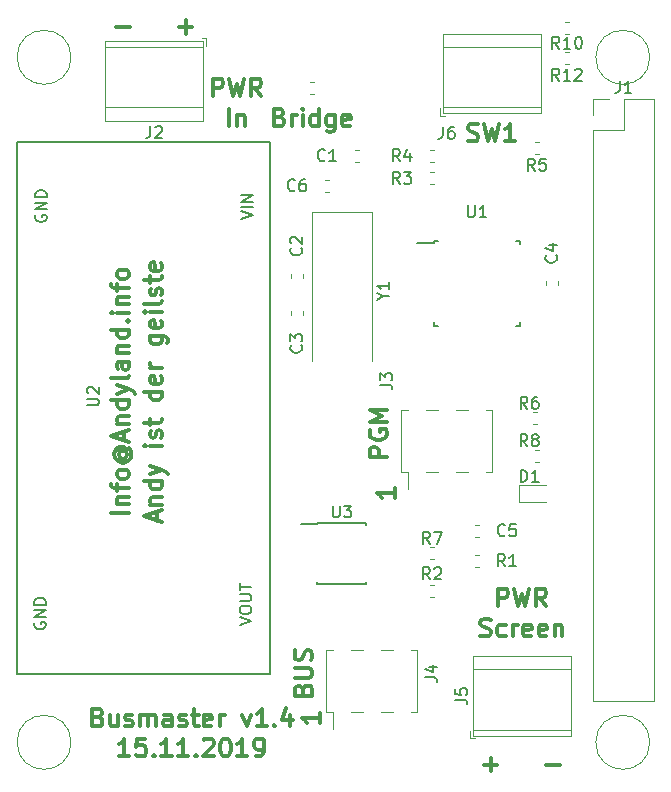
<source format=gto>
%TF.GenerationSoftware,KiCad,Pcbnew,5.0.2-bee76a0~70~ubuntu18.10.1*%
%TF.CreationDate,2019-11-15T11:24:18+01:00*%
%TF.ProjectId,Busmaster_001,4275736d-6173-4746-9572-5f3030312e6b,rev?*%
%TF.SameCoordinates,Original*%
%TF.FileFunction,Legend,Top*%
%TF.FilePolarity,Positive*%
%FSLAX46Y46*%
G04 Gerber Fmt 4.6, Leading zero omitted, Abs format (unit mm)*
G04 Created by KiCad (PCBNEW 5.0.2-bee76a0~70~ubuntu18.10.1) date Fr 15 Nov 2019 11:24:18 CET*
%MOMM*%
%LPD*%
G01*
G04 APERTURE LIST*
%ADD10C,0.300000*%
%ADD11C,0.120000*%
%ADD12C,0.150000*%
G04 APERTURE END LIST*
D10*
X65310000Y-92047142D02*
X65524285Y-92118571D01*
X65881428Y-92118571D01*
X66024285Y-92047142D01*
X66095714Y-91975714D01*
X66167142Y-91832857D01*
X66167142Y-91690000D01*
X66095714Y-91547142D01*
X66024285Y-91475714D01*
X65881428Y-91404285D01*
X65595714Y-91332857D01*
X65452857Y-91261428D01*
X65381428Y-91190000D01*
X65310000Y-91047142D01*
X65310000Y-90904285D01*
X65381428Y-90761428D01*
X65452857Y-90690000D01*
X65595714Y-90618571D01*
X65952857Y-90618571D01*
X66167142Y-90690000D01*
X66667142Y-90618571D02*
X67024285Y-92118571D01*
X67310000Y-91047142D01*
X67595714Y-92118571D01*
X67952857Y-90618571D01*
X69310000Y-92118571D02*
X68452857Y-92118571D01*
X68881428Y-92118571D02*
X68881428Y-90618571D01*
X68738571Y-90832857D01*
X68595714Y-90975714D01*
X68452857Y-91047142D01*
X49355714Y-90062857D02*
X49570000Y-90134285D01*
X49641428Y-90205714D01*
X49712857Y-90348571D01*
X49712857Y-90562857D01*
X49641428Y-90705714D01*
X49570000Y-90777142D01*
X49427142Y-90848571D01*
X48855714Y-90848571D01*
X48855714Y-89348571D01*
X49355714Y-89348571D01*
X49498571Y-89420000D01*
X49570000Y-89491428D01*
X49641428Y-89634285D01*
X49641428Y-89777142D01*
X49570000Y-89920000D01*
X49498571Y-89991428D01*
X49355714Y-90062857D01*
X48855714Y-90062857D01*
X50355714Y-90848571D02*
X50355714Y-89848571D01*
X50355714Y-90134285D02*
X50427142Y-89991428D01*
X50498571Y-89920000D01*
X50641428Y-89848571D01*
X50784285Y-89848571D01*
X51284285Y-90848571D02*
X51284285Y-89848571D01*
X51284285Y-89348571D02*
X51212857Y-89420000D01*
X51284285Y-89491428D01*
X51355714Y-89420000D01*
X51284285Y-89348571D01*
X51284285Y-89491428D01*
X52641428Y-90848571D02*
X52641428Y-89348571D01*
X52641428Y-90777142D02*
X52498571Y-90848571D01*
X52212857Y-90848571D01*
X52070000Y-90777142D01*
X51998571Y-90705714D01*
X51927142Y-90562857D01*
X51927142Y-90134285D01*
X51998571Y-89991428D01*
X52070000Y-89920000D01*
X52212857Y-89848571D01*
X52498571Y-89848571D01*
X52641428Y-89920000D01*
X53998571Y-89848571D02*
X53998571Y-91062857D01*
X53927142Y-91205714D01*
X53855714Y-91277142D01*
X53712857Y-91348571D01*
X53498571Y-91348571D01*
X53355714Y-91277142D01*
X53998571Y-90777142D02*
X53855714Y-90848571D01*
X53570000Y-90848571D01*
X53427142Y-90777142D01*
X53355714Y-90705714D01*
X53284285Y-90562857D01*
X53284285Y-90134285D01*
X53355714Y-89991428D01*
X53427142Y-89920000D01*
X53570000Y-89848571D01*
X53855714Y-89848571D01*
X53998571Y-89920000D01*
X55284285Y-90777142D02*
X55141428Y-90848571D01*
X54855714Y-90848571D01*
X54712857Y-90777142D01*
X54641428Y-90634285D01*
X54641428Y-90062857D01*
X54712857Y-89920000D01*
X54855714Y-89848571D01*
X55141428Y-89848571D01*
X55284285Y-89920000D01*
X55355714Y-90062857D01*
X55355714Y-90205714D01*
X54641428Y-90348571D01*
X58463571Y-118840000D02*
X56963571Y-118840000D01*
X56963571Y-118268571D01*
X57035000Y-118125714D01*
X57106428Y-118054285D01*
X57249285Y-117982857D01*
X57463571Y-117982857D01*
X57606428Y-118054285D01*
X57677857Y-118125714D01*
X57749285Y-118268571D01*
X57749285Y-118840000D01*
X57035000Y-116554285D02*
X56963571Y-116697142D01*
X56963571Y-116911428D01*
X57035000Y-117125714D01*
X57177857Y-117268571D01*
X57320714Y-117340000D01*
X57606428Y-117411428D01*
X57820714Y-117411428D01*
X58106428Y-117340000D01*
X58249285Y-117268571D01*
X58392142Y-117125714D01*
X58463571Y-116911428D01*
X58463571Y-116768571D01*
X58392142Y-116554285D01*
X58320714Y-116482857D01*
X57820714Y-116482857D01*
X57820714Y-116768571D01*
X58463571Y-115840000D02*
X56963571Y-115840000D01*
X58035000Y-115340000D01*
X56963571Y-114840000D01*
X58463571Y-114840000D01*
X59098571Y-121491428D02*
X59098571Y-122348571D01*
X59098571Y-121920000D02*
X57598571Y-121920000D01*
X57812857Y-122062857D01*
X57955714Y-122205714D01*
X58027142Y-122348571D01*
X41949285Y-82442857D02*
X40806428Y-82442857D01*
X41377857Y-81871428D02*
X41377857Y-83014285D01*
X36663571Y-82442857D02*
X35520714Y-82442857D01*
X43720000Y-88303571D02*
X43720000Y-86803571D01*
X44291428Y-86803571D01*
X44434285Y-86875000D01*
X44505714Y-86946428D01*
X44577142Y-87089285D01*
X44577142Y-87303571D01*
X44505714Y-87446428D01*
X44434285Y-87517857D01*
X44291428Y-87589285D01*
X43720000Y-87589285D01*
X45077142Y-86803571D02*
X45434285Y-88303571D01*
X45720000Y-87232142D01*
X46005714Y-88303571D01*
X46362857Y-86803571D01*
X47791428Y-88303571D02*
X47291428Y-87589285D01*
X46934285Y-88303571D02*
X46934285Y-86803571D01*
X47505714Y-86803571D01*
X47648571Y-86875000D01*
X47720000Y-86946428D01*
X47791428Y-87089285D01*
X47791428Y-87303571D01*
X47720000Y-87446428D01*
X47648571Y-87517857D01*
X47505714Y-87589285D01*
X46934285Y-87589285D01*
X45041428Y-90853571D02*
X45041428Y-89353571D01*
X45755714Y-89853571D02*
X45755714Y-90853571D01*
X45755714Y-89996428D02*
X45827142Y-89925000D01*
X45970000Y-89853571D01*
X46184285Y-89853571D01*
X46327142Y-89925000D01*
X46398571Y-90067857D01*
X46398571Y-90853571D01*
X52748571Y-140541428D02*
X52748571Y-141398571D01*
X52748571Y-140970000D02*
X51248571Y-140970000D01*
X51462857Y-141112857D01*
X51605714Y-141255714D01*
X51677142Y-141398571D01*
X66635714Y-144887142D02*
X67778571Y-144887142D01*
X67207142Y-145458571D02*
X67207142Y-144315714D01*
X71921428Y-144887142D02*
X73064285Y-144887142D01*
X67850000Y-131483571D02*
X67850000Y-129983571D01*
X68421428Y-129983571D01*
X68564285Y-130055000D01*
X68635714Y-130126428D01*
X68707142Y-130269285D01*
X68707142Y-130483571D01*
X68635714Y-130626428D01*
X68564285Y-130697857D01*
X68421428Y-130769285D01*
X67850000Y-130769285D01*
X69207142Y-129983571D02*
X69564285Y-131483571D01*
X69850000Y-130412142D01*
X70135714Y-131483571D01*
X70492857Y-129983571D01*
X71921428Y-131483571D02*
X71421428Y-130769285D01*
X71064285Y-131483571D02*
X71064285Y-129983571D01*
X71635714Y-129983571D01*
X71778571Y-130055000D01*
X71850000Y-130126428D01*
X71921428Y-130269285D01*
X71921428Y-130483571D01*
X71850000Y-130626428D01*
X71778571Y-130697857D01*
X71635714Y-130769285D01*
X71064285Y-130769285D01*
X66350000Y-133962142D02*
X66564285Y-134033571D01*
X66921428Y-134033571D01*
X67064285Y-133962142D01*
X67135714Y-133890714D01*
X67207142Y-133747857D01*
X67207142Y-133605000D01*
X67135714Y-133462142D01*
X67064285Y-133390714D01*
X66921428Y-133319285D01*
X66635714Y-133247857D01*
X66492857Y-133176428D01*
X66421428Y-133105000D01*
X66350000Y-132962142D01*
X66350000Y-132819285D01*
X66421428Y-132676428D01*
X66492857Y-132605000D01*
X66635714Y-132533571D01*
X66992857Y-132533571D01*
X67207142Y-132605000D01*
X68492857Y-133962142D02*
X68350000Y-134033571D01*
X68064285Y-134033571D01*
X67921428Y-133962142D01*
X67850000Y-133890714D01*
X67778571Y-133747857D01*
X67778571Y-133319285D01*
X67850000Y-133176428D01*
X67921428Y-133105000D01*
X68064285Y-133033571D01*
X68350000Y-133033571D01*
X68492857Y-133105000D01*
X69135714Y-134033571D02*
X69135714Y-133033571D01*
X69135714Y-133319285D02*
X69207142Y-133176428D01*
X69278571Y-133105000D01*
X69421428Y-133033571D01*
X69564285Y-133033571D01*
X70635714Y-133962142D02*
X70492857Y-134033571D01*
X70207142Y-134033571D01*
X70064285Y-133962142D01*
X69992857Y-133819285D01*
X69992857Y-133247857D01*
X70064285Y-133105000D01*
X70207142Y-133033571D01*
X70492857Y-133033571D01*
X70635714Y-133105000D01*
X70707142Y-133247857D01*
X70707142Y-133390714D01*
X69992857Y-133533571D01*
X71921428Y-133962142D02*
X71778571Y-134033571D01*
X71492857Y-134033571D01*
X71350000Y-133962142D01*
X71278571Y-133819285D01*
X71278571Y-133247857D01*
X71350000Y-133105000D01*
X71492857Y-133033571D01*
X71778571Y-133033571D01*
X71921428Y-133105000D01*
X71992857Y-133247857D01*
X71992857Y-133390714D01*
X71278571Y-133533571D01*
X72635714Y-133033571D02*
X72635714Y-134033571D01*
X72635714Y-133176428D02*
X72707142Y-133105000D01*
X72850000Y-133033571D01*
X73064285Y-133033571D01*
X73207142Y-133105000D01*
X73278571Y-133247857D01*
X73278571Y-134033571D01*
X51327857Y-138552857D02*
X51399285Y-138338571D01*
X51470714Y-138267142D01*
X51613571Y-138195714D01*
X51827857Y-138195714D01*
X51970714Y-138267142D01*
X52042142Y-138338571D01*
X52113571Y-138481428D01*
X52113571Y-139052857D01*
X50613571Y-139052857D01*
X50613571Y-138552857D01*
X50685000Y-138410000D01*
X50756428Y-138338571D01*
X50899285Y-138267142D01*
X51042142Y-138267142D01*
X51185000Y-138338571D01*
X51256428Y-138410000D01*
X51327857Y-138552857D01*
X51327857Y-139052857D01*
X50613571Y-137552857D02*
X51827857Y-137552857D01*
X51970714Y-137481428D01*
X52042142Y-137410000D01*
X52113571Y-137267142D01*
X52113571Y-136981428D01*
X52042142Y-136838571D01*
X51970714Y-136767142D01*
X51827857Y-136695714D01*
X50613571Y-136695714D01*
X52042142Y-136052857D02*
X52113571Y-135838571D01*
X52113571Y-135481428D01*
X52042142Y-135338571D01*
X51970714Y-135267142D01*
X51827857Y-135195714D01*
X51685000Y-135195714D01*
X51542142Y-135267142D01*
X51470714Y-135338571D01*
X51399285Y-135481428D01*
X51327857Y-135767142D01*
X51256428Y-135910000D01*
X51185000Y-135981428D01*
X51042142Y-136052857D01*
X50899285Y-136052857D01*
X50756428Y-135981428D01*
X50685000Y-135910000D01*
X50613571Y-135767142D01*
X50613571Y-135410000D01*
X50685000Y-135195714D01*
X36578571Y-123550000D02*
X35078571Y-123550000D01*
X35578571Y-122835714D02*
X36578571Y-122835714D01*
X35721428Y-122835714D02*
X35650000Y-122764285D01*
X35578571Y-122621428D01*
X35578571Y-122407142D01*
X35650000Y-122264285D01*
X35792857Y-122192857D01*
X36578571Y-122192857D01*
X35578571Y-121692857D02*
X35578571Y-121121428D01*
X36578571Y-121478571D02*
X35292857Y-121478571D01*
X35150000Y-121407142D01*
X35078571Y-121264285D01*
X35078571Y-121121428D01*
X36578571Y-120407142D02*
X36507142Y-120550000D01*
X36435714Y-120621428D01*
X36292857Y-120692857D01*
X35864285Y-120692857D01*
X35721428Y-120621428D01*
X35650000Y-120550000D01*
X35578571Y-120407142D01*
X35578571Y-120192857D01*
X35650000Y-120050000D01*
X35721428Y-119978571D01*
X35864285Y-119907142D01*
X36292857Y-119907142D01*
X36435714Y-119978571D01*
X36507142Y-120050000D01*
X36578571Y-120192857D01*
X36578571Y-120407142D01*
X35864285Y-118335714D02*
X35792857Y-118407142D01*
X35721428Y-118550000D01*
X35721428Y-118692857D01*
X35792857Y-118835714D01*
X35864285Y-118907142D01*
X36007142Y-118978571D01*
X36150000Y-118978571D01*
X36292857Y-118907142D01*
X36364285Y-118835714D01*
X36435714Y-118692857D01*
X36435714Y-118550000D01*
X36364285Y-118407142D01*
X36292857Y-118335714D01*
X35721428Y-118335714D02*
X36292857Y-118335714D01*
X36364285Y-118264285D01*
X36364285Y-118192857D01*
X36292857Y-118050000D01*
X36150000Y-117978571D01*
X35792857Y-117978571D01*
X35578571Y-118121428D01*
X35435714Y-118335714D01*
X35364285Y-118621428D01*
X35435714Y-118907142D01*
X35578571Y-119121428D01*
X35792857Y-119264285D01*
X36078571Y-119335714D01*
X36364285Y-119264285D01*
X36578571Y-119121428D01*
X36721428Y-118907142D01*
X36792857Y-118621428D01*
X36721428Y-118335714D01*
X36578571Y-118121428D01*
X36150000Y-117407142D02*
X36150000Y-116692857D01*
X36578571Y-117550000D02*
X35078571Y-117050000D01*
X36578571Y-116550000D01*
X35578571Y-116050000D02*
X36578571Y-116050000D01*
X35721428Y-116050000D02*
X35650000Y-115978571D01*
X35578571Y-115835714D01*
X35578571Y-115621428D01*
X35650000Y-115478571D01*
X35792857Y-115407142D01*
X36578571Y-115407142D01*
X36578571Y-114050000D02*
X35078571Y-114050000D01*
X36507142Y-114050000D02*
X36578571Y-114192857D01*
X36578571Y-114478571D01*
X36507142Y-114621428D01*
X36435714Y-114692857D01*
X36292857Y-114764285D01*
X35864285Y-114764285D01*
X35721428Y-114692857D01*
X35650000Y-114621428D01*
X35578571Y-114478571D01*
X35578571Y-114192857D01*
X35650000Y-114050000D01*
X35578571Y-113478571D02*
X36578571Y-113121428D01*
X35578571Y-112764285D02*
X36578571Y-113121428D01*
X36935714Y-113264285D01*
X37007142Y-113335714D01*
X37078571Y-113478571D01*
X36578571Y-111978571D02*
X36507142Y-112121428D01*
X36364285Y-112192857D01*
X35078571Y-112192857D01*
X36578571Y-110764285D02*
X35792857Y-110764285D01*
X35650000Y-110835714D01*
X35578571Y-110978571D01*
X35578571Y-111264285D01*
X35650000Y-111407142D01*
X36507142Y-110764285D02*
X36578571Y-110907142D01*
X36578571Y-111264285D01*
X36507142Y-111407142D01*
X36364285Y-111478571D01*
X36221428Y-111478571D01*
X36078571Y-111407142D01*
X36007142Y-111264285D01*
X36007142Y-110907142D01*
X35935714Y-110764285D01*
X35578571Y-110050000D02*
X36578571Y-110050000D01*
X35721428Y-110050000D02*
X35650000Y-109978571D01*
X35578571Y-109835714D01*
X35578571Y-109621428D01*
X35650000Y-109478571D01*
X35792857Y-109407142D01*
X36578571Y-109407142D01*
X36578571Y-108050000D02*
X35078571Y-108050000D01*
X36507142Y-108050000D02*
X36578571Y-108192857D01*
X36578571Y-108478571D01*
X36507142Y-108621428D01*
X36435714Y-108692857D01*
X36292857Y-108764285D01*
X35864285Y-108764285D01*
X35721428Y-108692857D01*
X35650000Y-108621428D01*
X35578571Y-108478571D01*
X35578571Y-108192857D01*
X35650000Y-108050000D01*
X36435714Y-107335714D02*
X36507142Y-107264285D01*
X36578571Y-107335714D01*
X36507142Y-107407142D01*
X36435714Y-107335714D01*
X36578571Y-107335714D01*
X36578571Y-106621428D02*
X35578571Y-106621428D01*
X35078571Y-106621428D02*
X35150000Y-106692857D01*
X35221428Y-106621428D01*
X35150000Y-106550000D01*
X35078571Y-106621428D01*
X35221428Y-106621428D01*
X35578571Y-105907142D02*
X36578571Y-105907142D01*
X35721428Y-105907142D02*
X35650000Y-105835714D01*
X35578571Y-105692857D01*
X35578571Y-105478571D01*
X35650000Y-105335714D01*
X35792857Y-105264285D01*
X36578571Y-105264285D01*
X35578571Y-104764285D02*
X35578571Y-104192857D01*
X36578571Y-104550000D02*
X35292857Y-104550000D01*
X35150000Y-104478571D01*
X35078571Y-104335714D01*
X35078571Y-104192857D01*
X36578571Y-103478571D02*
X36507142Y-103621428D01*
X36435714Y-103692857D01*
X36292857Y-103764285D01*
X35864285Y-103764285D01*
X35721428Y-103692857D01*
X35650000Y-103621428D01*
X35578571Y-103478571D01*
X35578571Y-103264285D01*
X35650000Y-103121428D01*
X35721428Y-103050000D01*
X35864285Y-102978571D01*
X36292857Y-102978571D01*
X36435714Y-103050000D01*
X36507142Y-103121428D01*
X36578571Y-103264285D01*
X36578571Y-103478571D01*
X36624285Y-144188571D02*
X35767142Y-144188571D01*
X36195714Y-144188571D02*
X36195714Y-142688571D01*
X36052857Y-142902857D01*
X35910000Y-143045714D01*
X35767142Y-143117142D01*
X37981428Y-142688571D02*
X37267142Y-142688571D01*
X37195714Y-143402857D01*
X37267142Y-143331428D01*
X37410000Y-143260000D01*
X37767142Y-143260000D01*
X37910000Y-143331428D01*
X37981428Y-143402857D01*
X38052857Y-143545714D01*
X38052857Y-143902857D01*
X37981428Y-144045714D01*
X37910000Y-144117142D01*
X37767142Y-144188571D01*
X37410000Y-144188571D01*
X37267142Y-144117142D01*
X37195714Y-144045714D01*
X38695714Y-144045714D02*
X38767142Y-144117142D01*
X38695714Y-144188571D01*
X38624285Y-144117142D01*
X38695714Y-144045714D01*
X38695714Y-144188571D01*
X40195714Y-144188571D02*
X39338571Y-144188571D01*
X39767142Y-144188571D02*
X39767142Y-142688571D01*
X39624285Y-142902857D01*
X39481428Y-143045714D01*
X39338571Y-143117142D01*
X41624285Y-144188571D02*
X40767142Y-144188571D01*
X41195714Y-144188571D02*
X41195714Y-142688571D01*
X41052857Y-142902857D01*
X40910000Y-143045714D01*
X40767142Y-143117142D01*
X42267142Y-144045714D02*
X42338571Y-144117142D01*
X42267142Y-144188571D01*
X42195714Y-144117142D01*
X42267142Y-144045714D01*
X42267142Y-144188571D01*
X42910000Y-142831428D02*
X42981428Y-142760000D01*
X43124285Y-142688571D01*
X43481428Y-142688571D01*
X43624285Y-142760000D01*
X43695714Y-142831428D01*
X43767142Y-142974285D01*
X43767142Y-143117142D01*
X43695714Y-143331428D01*
X42838571Y-144188571D01*
X43767142Y-144188571D01*
X44695714Y-142688571D02*
X44838571Y-142688571D01*
X44981428Y-142760000D01*
X45052857Y-142831428D01*
X45124285Y-142974285D01*
X45195714Y-143260000D01*
X45195714Y-143617142D01*
X45124285Y-143902857D01*
X45052857Y-144045714D01*
X44981428Y-144117142D01*
X44838571Y-144188571D01*
X44695714Y-144188571D01*
X44552857Y-144117142D01*
X44481428Y-144045714D01*
X44410000Y-143902857D01*
X44338571Y-143617142D01*
X44338571Y-143260000D01*
X44410000Y-142974285D01*
X44481428Y-142831428D01*
X44552857Y-142760000D01*
X44695714Y-142688571D01*
X46624285Y-144188571D02*
X45767142Y-144188571D01*
X46195714Y-144188571D02*
X46195714Y-142688571D01*
X46052857Y-142902857D01*
X45910000Y-143045714D01*
X45767142Y-143117142D01*
X47338571Y-144188571D02*
X47624285Y-144188571D01*
X47767142Y-144117142D01*
X47838571Y-144045714D01*
X47981428Y-143831428D01*
X48052857Y-143545714D01*
X48052857Y-142974285D01*
X47981428Y-142831428D01*
X47910000Y-142760000D01*
X47767142Y-142688571D01*
X47481428Y-142688571D01*
X47338571Y-142760000D01*
X47267142Y-142831428D01*
X47195714Y-142974285D01*
X47195714Y-143331428D01*
X47267142Y-143474285D01*
X47338571Y-143545714D01*
X47481428Y-143617142D01*
X47767142Y-143617142D01*
X47910000Y-143545714D01*
X47981428Y-143474285D01*
X48052857Y-143331428D01*
X33981428Y-140862857D02*
X34195714Y-140934285D01*
X34267142Y-141005714D01*
X34338571Y-141148571D01*
X34338571Y-141362857D01*
X34267142Y-141505714D01*
X34195714Y-141577142D01*
X34052857Y-141648571D01*
X33481428Y-141648571D01*
X33481428Y-140148571D01*
X33981428Y-140148571D01*
X34124285Y-140220000D01*
X34195714Y-140291428D01*
X34267142Y-140434285D01*
X34267142Y-140577142D01*
X34195714Y-140720000D01*
X34124285Y-140791428D01*
X33981428Y-140862857D01*
X33481428Y-140862857D01*
X35624285Y-140648571D02*
X35624285Y-141648571D01*
X34981428Y-140648571D02*
X34981428Y-141434285D01*
X35052857Y-141577142D01*
X35195714Y-141648571D01*
X35410000Y-141648571D01*
X35552857Y-141577142D01*
X35624285Y-141505714D01*
X36267142Y-141577142D02*
X36410000Y-141648571D01*
X36695714Y-141648571D01*
X36838571Y-141577142D01*
X36910000Y-141434285D01*
X36910000Y-141362857D01*
X36838571Y-141220000D01*
X36695714Y-141148571D01*
X36481428Y-141148571D01*
X36338571Y-141077142D01*
X36267142Y-140934285D01*
X36267142Y-140862857D01*
X36338571Y-140720000D01*
X36481428Y-140648571D01*
X36695714Y-140648571D01*
X36838571Y-140720000D01*
X37552857Y-141648571D02*
X37552857Y-140648571D01*
X37552857Y-140791428D02*
X37624285Y-140720000D01*
X37767142Y-140648571D01*
X37981428Y-140648571D01*
X38124285Y-140720000D01*
X38195714Y-140862857D01*
X38195714Y-141648571D01*
X38195714Y-140862857D02*
X38267142Y-140720000D01*
X38410000Y-140648571D01*
X38624285Y-140648571D01*
X38767142Y-140720000D01*
X38838571Y-140862857D01*
X38838571Y-141648571D01*
X40195714Y-141648571D02*
X40195714Y-140862857D01*
X40124285Y-140720000D01*
X39981428Y-140648571D01*
X39695714Y-140648571D01*
X39552857Y-140720000D01*
X40195714Y-141577142D02*
X40052857Y-141648571D01*
X39695714Y-141648571D01*
X39552857Y-141577142D01*
X39481428Y-141434285D01*
X39481428Y-141291428D01*
X39552857Y-141148571D01*
X39695714Y-141077142D01*
X40052857Y-141077142D01*
X40195714Y-141005714D01*
X40838571Y-141577142D02*
X40981428Y-141648571D01*
X41267142Y-141648571D01*
X41410000Y-141577142D01*
X41481428Y-141434285D01*
X41481428Y-141362857D01*
X41410000Y-141220000D01*
X41267142Y-141148571D01*
X41052857Y-141148571D01*
X40910000Y-141077142D01*
X40838571Y-140934285D01*
X40838571Y-140862857D01*
X40910000Y-140720000D01*
X41052857Y-140648571D01*
X41267142Y-140648571D01*
X41410000Y-140720000D01*
X41910000Y-140648571D02*
X42481428Y-140648571D01*
X42124285Y-140148571D02*
X42124285Y-141434285D01*
X42195714Y-141577142D01*
X42338571Y-141648571D01*
X42481428Y-141648571D01*
X43552857Y-141577142D02*
X43410000Y-141648571D01*
X43124285Y-141648571D01*
X42981428Y-141577142D01*
X42910000Y-141434285D01*
X42910000Y-140862857D01*
X42981428Y-140720000D01*
X43124285Y-140648571D01*
X43410000Y-140648571D01*
X43552857Y-140720000D01*
X43624285Y-140862857D01*
X43624285Y-141005714D01*
X42910000Y-141148571D01*
X44267142Y-141648571D02*
X44267142Y-140648571D01*
X44267142Y-140934285D02*
X44338571Y-140791428D01*
X44410000Y-140720000D01*
X44552857Y-140648571D01*
X44695714Y-140648571D01*
X46195714Y-140648571D02*
X46552857Y-141648571D01*
X46910000Y-140648571D01*
X48267142Y-141648571D02*
X47410000Y-141648571D01*
X47838571Y-141648571D02*
X47838571Y-140148571D01*
X47695714Y-140362857D01*
X47552857Y-140505714D01*
X47410000Y-140577142D01*
X48910000Y-141505714D02*
X48981428Y-141577142D01*
X48910000Y-141648571D01*
X48838571Y-141577142D01*
X48910000Y-141505714D01*
X48910000Y-141648571D01*
X50267142Y-140648571D02*
X50267142Y-141648571D01*
X49910000Y-140077142D02*
X49552857Y-141148571D01*
X50481428Y-141148571D01*
X38950000Y-124228571D02*
X38950000Y-123514285D01*
X39378571Y-124371428D02*
X37878571Y-123871428D01*
X39378571Y-123371428D01*
X38378571Y-122871428D02*
X39378571Y-122871428D01*
X38521428Y-122871428D02*
X38450000Y-122800000D01*
X38378571Y-122657142D01*
X38378571Y-122442857D01*
X38450000Y-122300000D01*
X38592857Y-122228571D01*
X39378571Y-122228571D01*
X39378571Y-120871428D02*
X37878571Y-120871428D01*
X39307142Y-120871428D02*
X39378571Y-121014285D01*
X39378571Y-121300000D01*
X39307142Y-121442857D01*
X39235714Y-121514285D01*
X39092857Y-121585714D01*
X38664285Y-121585714D01*
X38521428Y-121514285D01*
X38450000Y-121442857D01*
X38378571Y-121300000D01*
X38378571Y-121014285D01*
X38450000Y-120871428D01*
X38378571Y-120300000D02*
X39378571Y-119942857D01*
X38378571Y-119585714D02*
X39378571Y-119942857D01*
X39735714Y-120085714D01*
X39807142Y-120157142D01*
X39878571Y-120300000D01*
X39378571Y-117871428D02*
X38378571Y-117871428D01*
X37878571Y-117871428D02*
X37950000Y-117942857D01*
X38021428Y-117871428D01*
X37950000Y-117800000D01*
X37878571Y-117871428D01*
X38021428Y-117871428D01*
X39307142Y-117228571D02*
X39378571Y-117085714D01*
X39378571Y-116800000D01*
X39307142Y-116657142D01*
X39164285Y-116585714D01*
X39092857Y-116585714D01*
X38950000Y-116657142D01*
X38878571Y-116800000D01*
X38878571Y-117014285D01*
X38807142Y-117157142D01*
X38664285Y-117228571D01*
X38592857Y-117228571D01*
X38450000Y-117157142D01*
X38378571Y-117014285D01*
X38378571Y-116800000D01*
X38450000Y-116657142D01*
X38378571Y-116157142D02*
X38378571Y-115585714D01*
X37878571Y-115942857D02*
X39164285Y-115942857D01*
X39307142Y-115871428D01*
X39378571Y-115728571D01*
X39378571Y-115585714D01*
X39378571Y-113300000D02*
X37878571Y-113300000D01*
X39307142Y-113300000D02*
X39378571Y-113442857D01*
X39378571Y-113728571D01*
X39307142Y-113871428D01*
X39235714Y-113942857D01*
X39092857Y-114014285D01*
X38664285Y-114014285D01*
X38521428Y-113942857D01*
X38450000Y-113871428D01*
X38378571Y-113728571D01*
X38378571Y-113442857D01*
X38450000Y-113300000D01*
X39307142Y-112014285D02*
X39378571Y-112157142D01*
X39378571Y-112442857D01*
X39307142Y-112585714D01*
X39164285Y-112657142D01*
X38592857Y-112657142D01*
X38450000Y-112585714D01*
X38378571Y-112442857D01*
X38378571Y-112157142D01*
X38450000Y-112014285D01*
X38592857Y-111942857D01*
X38735714Y-111942857D01*
X38878571Y-112657142D01*
X39378571Y-111300000D02*
X38378571Y-111300000D01*
X38664285Y-111300000D02*
X38521428Y-111228571D01*
X38450000Y-111157142D01*
X38378571Y-111014285D01*
X38378571Y-110871428D01*
X38378571Y-108585714D02*
X39592857Y-108585714D01*
X39735714Y-108657142D01*
X39807142Y-108728571D01*
X39878571Y-108871428D01*
X39878571Y-109085714D01*
X39807142Y-109228571D01*
X39307142Y-108585714D02*
X39378571Y-108728571D01*
X39378571Y-109014285D01*
X39307142Y-109157142D01*
X39235714Y-109228571D01*
X39092857Y-109300000D01*
X38664285Y-109300000D01*
X38521428Y-109228571D01*
X38450000Y-109157142D01*
X38378571Y-109014285D01*
X38378571Y-108728571D01*
X38450000Y-108585714D01*
X39307142Y-107300000D02*
X39378571Y-107442857D01*
X39378571Y-107728571D01*
X39307142Y-107871428D01*
X39164285Y-107942857D01*
X38592857Y-107942857D01*
X38450000Y-107871428D01*
X38378571Y-107728571D01*
X38378571Y-107442857D01*
X38450000Y-107300000D01*
X38592857Y-107228571D01*
X38735714Y-107228571D01*
X38878571Y-107942857D01*
X39378571Y-106585714D02*
X38378571Y-106585714D01*
X37878571Y-106585714D02*
X37950000Y-106657142D01*
X38021428Y-106585714D01*
X37950000Y-106514285D01*
X37878571Y-106585714D01*
X38021428Y-106585714D01*
X39378571Y-105657142D02*
X39307142Y-105800000D01*
X39164285Y-105871428D01*
X37878571Y-105871428D01*
X39307142Y-105157142D02*
X39378571Y-105014285D01*
X39378571Y-104728571D01*
X39307142Y-104585714D01*
X39164285Y-104514285D01*
X39092857Y-104514285D01*
X38950000Y-104585714D01*
X38878571Y-104728571D01*
X38878571Y-104942857D01*
X38807142Y-105085714D01*
X38664285Y-105157142D01*
X38592857Y-105157142D01*
X38450000Y-105085714D01*
X38378571Y-104942857D01*
X38378571Y-104728571D01*
X38450000Y-104585714D01*
X38378571Y-104085714D02*
X38378571Y-103514285D01*
X37878571Y-103871428D02*
X39164285Y-103871428D01*
X39307142Y-103800000D01*
X39378571Y-103657142D01*
X39378571Y-103514285D01*
X39307142Y-102442857D02*
X39378571Y-102585714D01*
X39378571Y-102871428D01*
X39307142Y-103014285D01*
X39164285Y-103085714D01*
X38592857Y-103085714D01*
X38450000Y-103014285D01*
X38378571Y-102871428D01*
X38378571Y-102585714D01*
X38450000Y-102442857D01*
X38592857Y-102371428D01*
X38735714Y-102371428D01*
X38878571Y-103085714D01*
D11*
X75870000Y-88570000D02*
X77200000Y-88570000D01*
X75870000Y-89900000D02*
X75870000Y-88570000D01*
X78470000Y-88570000D02*
X81070000Y-88570000D01*
X78470000Y-91170000D02*
X78470000Y-88570000D01*
X75870000Y-91170000D02*
X78470000Y-91170000D01*
X81070000Y-88570000D02*
X81070000Y-139490000D01*
X75870000Y-91170000D02*
X75870000Y-139490000D01*
X75870000Y-139490000D02*
X81070000Y-139490000D01*
D12*
X48500000Y-92200000D02*
X27100000Y-92200000D01*
X27100000Y-92200000D02*
X27100000Y-137200000D01*
X27100000Y-137200000D02*
X48500000Y-137200000D01*
X48500000Y-137200000D02*
X48500000Y-92200000D01*
D11*
X31686000Y-143000000D02*
G75*
G03X31686000Y-143000000I-2286000J0D01*
G01*
X80686000Y-143000000D02*
G75*
G03X80686000Y-143000000I-2286000J0D01*
G01*
X31686000Y-85000000D02*
G75*
G03X31686000Y-85000000I-2286000J0D01*
G01*
X80686000Y-85000000D02*
G75*
G03X80686000Y-85000000I-2286000J0D01*
G01*
X56042779Y-92835000D02*
X55717221Y-92835000D01*
X56042779Y-93855000D02*
X55717221Y-93855000D01*
X51310000Y-103667779D02*
X51310000Y-103342221D01*
X50290000Y-103667779D02*
X50290000Y-103342221D01*
X51310000Y-106517221D02*
X51310000Y-106842779D01*
X50290000Y-106517221D02*
X50290000Y-106842779D01*
X72900000Y-103977221D02*
X72900000Y-104302779D01*
X71880000Y-103977221D02*
X71880000Y-104302779D01*
X66202779Y-124585000D02*
X65877221Y-124585000D01*
X66202779Y-125605000D02*
X65877221Y-125605000D01*
X53177221Y-95375000D02*
X53502779Y-95375000D01*
X53177221Y-96395000D02*
X53502779Y-96395000D01*
X69635000Y-122655000D02*
X71920000Y-122655000D01*
X69635000Y-121185000D02*
X69635000Y-122655000D01*
X71920000Y-121185000D02*
X69635000Y-121185000D01*
X64260000Y-114875000D02*
X65280000Y-114875000D01*
X64260000Y-120075000D02*
X65280000Y-120075000D01*
X61720000Y-114875000D02*
X62740000Y-114875000D01*
X61720000Y-120075000D02*
X62740000Y-120075000D01*
X66800000Y-114875000D02*
X67370000Y-114875000D01*
X66800000Y-120075000D02*
X67370000Y-120075000D01*
X59630000Y-114875000D02*
X60200000Y-114875000D01*
X59630000Y-120075000D02*
X60200000Y-120075000D01*
X60200000Y-121515000D02*
X60200000Y-120075000D01*
X67370000Y-120075000D02*
X67370000Y-114875000D01*
X59630000Y-120075000D02*
X59630000Y-114875000D01*
X53280000Y-140395000D02*
X53280000Y-135195000D01*
X61020000Y-140395000D02*
X61020000Y-135195000D01*
X53850000Y-141835000D02*
X53850000Y-140395000D01*
X53280000Y-140395000D02*
X53850000Y-140395000D01*
X53280000Y-135195000D02*
X53850000Y-135195000D01*
X60450000Y-140395000D02*
X61020000Y-140395000D01*
X60450000Y-135195000D02*
X61020000Y-135195000D01*
X55370000Y-140395000D02*
X56390000Y-140395000D01*
X55370000Y-135195000D02*
X56390000Y-135195000D01*
X57910000Y-140395000D02*
X58930000Y-140395000D01*
X57910000Y-135195000D02*
X58930000Y-135195000D01*
X65450000Y-142675000D02*
X65850000Y-142675000D01*
X65450000Y-142035000D02*
X65450000Y-142675000D01*
X74010000Y-135695000D02*
X74010000Y-142435000D01*
X65690000Y-135695000D02*
X65690000Y-142435000D01*
X65690000Y-142435000D02*
X74010000Y-142435000D01*
X65690000Y-135695000D02*
X74010000Y-135695000D01*
X65690000Y-136815000D02*
X74010000Y-136815000D01*
X65690000Y-141915000D02*
X74010000Y-141915000D01*
X66202779Y-128145000D02*
X65877221Y-128145000D01*
X66202779Y-127125000D02*
X65877221Y-127125000D01*
X62067221Y-130685000D02*
X62392779Y-130685000D01*
X62067221Y-129665000D02*
X62392779Y-129665000D01*
X62067221Y-95760000D02*
X62392779Y-95760000D01*
X62067221Y-94740000D02*
X62392779Y-94740000D01*
X62392779Y-93855000D02*
X62067221Y-93855000D01*
X62392779Y-92835000D02*
X62067221Y-92835000D01*
X71282779Y-92200000D02*
X70957221Y-92200000D01*
X71282779Y-93220000D02*
X70957221Y-93220000D01*
X71130279Y-116080000D02*
X70804721Y-116080000D01*
X71130279Y-115060000D02*
X70804721Y-115060000D01*
X62392779Y-126490000D02*
X62067221Y-126490000D01*
X62392779Y-127510000D02*
X62067221Y-127510000D01*
X71282779Y-119255000D02*
X70957221Y-119255000D01*
X71282779Y-118235000D02*
X70957221Y-118235000D01*
D12*
X62415000Y-100740000D02*
X60990000Y-100740000D01*
X69665000Y-100515000D02*
X69340000Y-100515000D01*
X69665000Y-107765000D02*
X69340000Y-107765000D01*
X62415000Y-107765000D02*
X62740000Y-107765000D01*
X62415000Y-100515000D02*
X62740000Y-100515000D01*
X62415000Y-107765000D02*
X62415000Y-107440000D01*
X69665000Y-107765000D02*
X69665000Y-107440000D01*
X69665000Y-100515000D02*
X69665000Y-100840000D01*
X62415000Y-100515000D02*
X62415000Y-100740000D01*
X52535000Y-124475000D02*
X51135000Y-124475000D01*
X52535000Y-129575000D02*
X56685000Y-129575000D01*
X52535000Y-124425000D02*
X56685000Y-124425000D01*
X52535000Y-129575000D02*
X52535000Y-129430000D01*
X56685000Y-129575000D02*
X56685000Y-129430000D01*
X56685000Y-124425000D02*
X56685000Y-124570000D01*
X52535000Y-124425000D02*
X52535000Y-124475000D01*
D11*
X52060000Y-98075000D02*
X52060000Y-110675000D01*
X57160000Y-98075000D02*
X52060000Y-98075000D01*
X57160000Y-110675000D02*
X57160000Y-98075000D01*
X42895000Y-84145000D02*
X34575000Y-84145000D01*
X42895000Y-89245000D02*
X34575000Y-89245000D01*
X42895000Y-90365000D02*
X34575000Y-90365000D01*
X42895000Y-83625000D02*
X34575000Y-83625000D01*
X42895000Y-90365000D02*
X42895000Y-83625000D01*
X34575000Y-90365000D02*
X34575000Y-83625000D01*
X43135000Y-84025000D02*
X43135000Y-83385000D01*
X43135000Y-83385000D02*
X42735000Y-83385000D01*
X52232779Y-88140000D02*
X51907221Y-88140000D01*
X52232779Y-87120000D02*
X51907221Y-87120000D01*
X63150000Y-89210000D02*
X71470000Y-89210000D01*
X63150000Y-84110000D02*
X71470000Y-84110000D01*
X63150000Y-82990000D02*
X71470000Y-82990000D01*
X63150000Y-89730000D02*
X71470000Y-89730000D01*
X63150000Y-82990000D02*
X63150000Y-89730000D01*
X71470000Y-82990000D02*
X71470000Y-89730000D01*
X62910000Y-89330000D02*
X62910000Y-89970000D01*
X62910000Y-89970000D02*
X63310000Y-89970000D01*
X73497221Y-83060000D02*
X73822779Y-83060000D01*
X73497221Y-82040000D02*
X73822779Y-82040000D01*
X73822779Y-85600000D02*
X73497221Y-85600000D01*
X73822779Y-84580000D02*
X73497221Y-84580000D01*
D12*
X78136666Y-87022380D02*
X78136666Y-87736666D01*
X78089047Y-87879523D01*
X77993809Y-87974761D01*
X77850952Y-88022380D01*
X77755714Y-88022380D01*
X79136666Y-88022380D02*
X78565238Y-88022380D01*
X78850952Y-88022380D02*
X78850952Y-87022380D01*
X78755714Y-87165238D01*
X78660476Y-87260476D01*
X78565238Y-87308095D01*
X33052380Y-114461904D02*
X33861904Y-114461904D01*
X33957142Y-114414285D01*
X34004761Y-114366666D01*
X34052380Y-114271428D01*
X34052380Y-114080952D01*
X34004761Y-113985714D01*
X33957142Y-113938095D01*
X33861904Y-113890476D01*
X33052380Y-113890476D01*
X33147619Y-113461904D02*
X33100000Y-113414285D01*
X33052380Y-113319047D01*
X33052380Y-113080952D01*
X33100000Y-112985714D01*
X33147619Y-112938095D01*
X33242857Y-112890476D01*
X33338095Y-112890476D01*
X33480952Y-112938095D01*
X34052380Y-113509523D01*
X34052380Y-112890476D01*
X45952380Y-133061904D02*
X46952380Y-132728571D01*
X45952380Y-132395238D01*
X45952380Y-131871428D02*
X45952380Y-131680952D01*
X46000000Y-131585714D01*
X46095238Y-131490476D01*
X46285714Y-131442857D01*
X46619047Y-131442857D01*
X46809523Y-131490476D01*
X46904761Y-131585714D01*
X46952380Y-131680952D01*
X46952380Y-131871428D01*
X46904761Y-131966666D01*
X46809523Y-132061904D01*
X46619047Y-132109523D01*
X46285714Y-132109523D01*
X46095238Y-132061904D01*
X46000000Y-131966666D01*
X45952380Y-131871428D01*
X45952380Y-131014285D02*
X46761904Y-131014285D01*
X46857142Y-130966666D01*
X46904761Y-130919047D01*
X46952380Y-130823809D01*
X46952380Y-130633333D01*
X46904761Y-130538095D01*
X46857142Y-130490476D01*
X46761904Y-130442857D01*
X45952380Y-130442857D01*
X45952380Y-130109523D02*
X45952380Y-129538095D01*
X46952380Y-129823809D02*
X45952380Y-129823809D01*
X28600000Y-132861904D02*
X28552380Y-132957142D01*
X28552380Y-133100000D01*
X28600000Y-133242857D01*
X28695238Y-133338095D01*
X28790476Y-133385714D01*
X28980952Y-133433333D01*
X29123809Y-133433333D01*
X29314285Y-133385714D01*
X29409523Y-133338095D01*
X29504761Y-133242857D01*
X29552380Y-133100000D01*
X29552380Y-133004761D01*
X29504761Y-132861904D01*
X29457142Y-132814285D01*
X29123809Y-132814285D01*
X29123809Y-133004761D01*
X29552380Y-132385714D02*
X28552380Y-132385714D01*
X29552380Y-131814285D01*
X28552380Y-131814285D01*
X29552380Y-131338095D02*
X28552380Y-131338095D01*
X28552380Y-131100000D01*
X28600000Y-130957142D01*
X28695238Y-130861904D01*
X28790476Y-130814285D01*
X28980952Y-130766666D01*
X29123809Y-130766666D01*
X29314285Y-130814285D01*
X29409523Y-130861904D01*
X29504761Y-130957142D01*
X29552380Y-131100000D01*
X29552380Y-131338095D01*
X28700000Y-98361904D02*
X28652380Y-98457142D01*
X28652380Y-98600000D01*
X28700000Y-98742857D01*
X28795238Y-98838095D01*
X28890476Y-98885714D01*
X29080952Y-98933333D01*
X29223809Y-98933333D01*
X29414285Y-98885714D01*
X29509523Y-98838095D01*
X29604761Y-98742857D01*
X29652380Y-98600000D01*
X29652380Y-98504761D01*
X29604761Y-98361904D01*
X29557142Y-98314285D01*
X29223809Y-98314285D01*
X29223809Y-98504761D01*
X29652380Y-97885714D02*
X28652380Y-97885714D01*
X29652380Y-97314285D01*
X28652380Y-97314285D01*
X29652380Y-96838095D02*
X28652380Y-96838095D01*
X28652380Y-96600000D01*
X28700000Y-96457142D01*
X28795238Y-96361904D01*
X28890476Y-96314285D01*
X29080952Y-96266666D01*
X29223809Y-96266666D01*
X29414285Y-96314285D01*
X29509523Y-96361904D01*
X29604761Y-96457142D01*
X29652380Y-96600000D01*
X29652380Y-96838095D01*
X46052380Y-98695238D02*
X47052380Y-98361904D01*
X46052380Y-98028571D01*
X47052380Y-97695238D02*
X46052380Y-97695238D01*
X47052380Y-97219047D02*
X46052380Y-97219047D01*
X47052380Y-96647619D01*
X46052380Y-96647619D01*
X53173333Y-93702142D02*
X53125714Y-93749761D01*
X52982857Y-93797380D01*
X52887619Y-93797380D01*
X52744761Y-93749761D01*
X52649523Y-93654523D01*
X52601904Y-93559285D01*
X52554285Y-93368809D01*
X52554285Y-93225952D01*
X52601904Y-93035476D01*
X52649523Y-92940238D01*
X52744761Y-92845000D01*
X52887619Y-92797380D01*
X52982857Y-92797380D01*
X53125714Y-92845000D01*
X53173333Y-92892619D01*
X54125714Y-93797380D02*
X53554285Y-93797380D01*
X53840000Y-93797380D02*
X53840000Y-92797380D01*
X53744761Y-92940238D01*
X53649523Y-93035476D01*
X53554285Y-93083095D01*
X51157142Y-101131666D02*
X51204761Y-101179285D01*
X51252380Y-101322142D01*
X51252380Y-101417380D01*
X51204761Y-101560238D01*
X51109523Y-101655476D01*
X51014285Y-101703095D01*
X50823809Y-101750714D01*
X50680952Y-101750714D01*
X50490476Y-101703095D01*
X50395238Y-101655476D01*
X50300000Y-101560238D01*
X50252380Y-101417380D01*
X50252380Y-101322142D01*
X50300000Y-101179285D01*
X50347619Y-101131666D01*
X50347619Y-100750714D02*
X50300000Y-100703095D01*
X50252380Y-100607857D01*
X50252380Y-100369761D01*
X50300000Y-100274523D01*
X50347619Y-100226904D01*
X50442857Y-100179285D01*
X50538095Y-100179285D01*
X50680952Y-100226904D01*
X51252380Y-100798333D01*
X51252380Y-100179285D01*
X51157142Y-109386666D02*
X51204761Y-109434285D01*
X51252380Y-109577142D01*
X51252380Y-109672380D01*
X51204761Y-109815238D01*
X51109523Y-109910476D01*
X51014285Y-109958095D01*
X50823809Y-110005714D01*
X50680952Y-110005714D01*
X50490476Y-109958095D01*
X50395238Y-109910476D01*
X50300000Y-109815238D01*
X50252380Y-109672380D01*
X50252380Y-109577142D01*
X50300000Y-109434285D01*
X50347619Y-109386666D01*
X50252380Y-109053333D02*
X50252380Y-108434285D01*
X50633333Y-108767619D01*
X50633333Y-108624761D01*
X50680952Y-108529523D01*
X50728571Y-108481904D01*
X50823809Y-108434285D01*
X51061904Y-108434285D01*
X51157142Y-108481904D01*
X51204761Y-108529523D01*
X51252380Y-108624761D01*
X51252380Y-108910476D01*
X51204761Y-109005714D01*
X51157142Y-109053333D01*
X72747142Y-101766666D02*
X72794761Y-101814285D01*
X72842380Y-101957142D01*
X72842380Y-102052380D01*
X72794761Y-102195238D01*
X72699523Y-102290476D01*
X72604285Y-102338095D01*
X72413809Y-102385714D01*
X72270952Y-102385714D01*
X72080476Y-102338095D01*
X71985238Y-102290476D01*
X71890000Y-102195238D01*
X71842380Y-102052380D01*
X71842380Y-101957142D01*
X71890000Y-101814285D01*
X71937619Y-101766666D01*
X72175714Y-100909523D02*
X72842380Y-100909523D01*
X71794761Y-101147619D02*
X72509047Y-101385714D01*
X72509047Y-100766666D01*
X68413333Y-125452142D02*
X68365714Y-125499761D01*
X68222857Y-125547380D01*
X68127619Y-125547380D01*
X67984761Y-125499761D01*
X67889523Y-125404523D01*
X67841904Y-125309285D01*
X67794285Y-125118809D01*
X67794285Y-124975952D01*
X67841904Y-124785476D01*
X67889523Y-124690238D01*
X67984761Y-124595000D01*
X68127619Y-124547380D01*
X68222857Y-124547380D01*
X68365714Y-124595000D01*
X68413333Y-124642619D01*
X69318095Y-124547380D02*
X68841904Y-124547380D01*
X68794285Y-125023571D01*
X68841904Y-124975952D01*
X68937142Y-124928333D01*
X69175238Y-124928333D01*
X69270476Y-124975952D01*
X69318095Y-125023571D01*
X69365714Y-125118809D01*
X69365714Y-125356904D01*
X69318095Y-125452142D01*
X69270476Y-125499761D01*
X69175238Y-125547380D01*
X68937142Y-125547380D01*
X68841904Y-125499761D01*
X68794285Y-125452142D01*
X50633333Y-96242142D02*
X50585714Y-96289761D01*
X50442857Y-96337380D01*
X50347619Y-96337380D01*
X50204761Y-96289761D01*
X50109523Y-96194523D01*
X50061904Y-96099285D01*
X50014285Y-95908809D01*
X50014285Y-95765952D01*
X50061904Y-95575476D01*
X50109523Y-95480238D01*
X50204761Y-95385000D01*
X50347619Y-95337380D01*
X50442857Y-95337380D01*
X50585714Y-95385000D01*
X50633333Y-95432619D01*
X51490476Y-95337380D02*
X51300000Y-95337380D01*
X51204761Y-95385000D01*
X51157142Y-95432619D01*
X51061904Y-95575476D01*
X51014285Y-95765952D01*
X51014285Y-96146904D01*
X51061904Y-96242142D01*
X51109523Y-96289761D01*
X51204761Y-96337380D01*
X51395238Y-96337380D01*
X51490476Y-96289761D01*
X51538095Y-96242142D01*
X51585714Y-96146904D01*
X51585714Y-95908809D01*
X51538095Y-95813571D01*
X51490476Y-95765952D01*
X51395238Y-95718333D01*
X51204761Y-95718333D01*
X51109523Y-95765952D01*
X51061904Y-95813571D01*
X51014285Y-95908809D01*
X69746904Y-120942380D02*
X69746904Y-119942380D01*
X69985000Y-119942380D01*
X70127857Y-119990000D01*
X70223095Y-120085238D01*
X70270714Y-120180476D01*
X70318333Y-120370952D01*
X70318333Y-120513809D01*
X70270714Y-120704285D01*
X70223095Y-120799523D01*
X70127857Y-120894761D01*
X69985000Y-120942380D01*
X69746904Y-120942380D01*
X71270714Y-120942380D02*
X70699285Y-120942380D01*
X70985000Y-120942380D02*
X70985000Y-119942380D01*
X70889761Y-120085238D01*
X70794523Y-120180476D01*
X70699285Y-120228095D01*
X57872380Y-112728333D02*
X58586666Y-112728333D01*
X58729523Y-112775952D01*
X58824761Y-112871190D01*
X58872380Y-113014047D01*
X58872380Y-113109285D01*
X57872380Y-112347380D02*
X57872380Y-111728333D01*
X58253333Y-112061666D01*
X58253333Y-111918809D01*
X58300952Y-111823571D01*
X58348571Y-111775952D01*
X58443809Y-111728333D01*
X58681904Y-111728333D01*
X58777142Y-111775952D01*
X58824761Y-111823571D01*
X58872380Y-111918809D01*
X58872380Y-112204523D01*
X58824761Y-112299761D01*
X58777142Y-112347380D01*
X61682380Y-137493333D02*
X62396666Y-137493333D01*
X62539523Y-137540952D01*
X62634761Y-137636190D01*
X62682380Y-137779047D01*
X62682380Y-137874285D01*
X62015714Y-136588571D02*
X62682380Y-136588571D01*
X61634761Y-136826666D02*
X62349047Y-137064761D01*
X62349047Y-136445714D01*
X64222380Y-139398333D02*
X64936666Y-139398333D01*
X65079523Y-139445952D01*
X65174761Y-139541190D01*
X65222380Y-139684047D01*
X65222380Y-139779285D01*
X64222380Y-138445952D02*
X64222380Y-138922142D01*
X64698571Y-138969761D01*
X64650952Y-138922142D01*
X64603333Y-138826904D01*
X64603333Y-138588809D01*
X64650952Y-138493571D01*
X64698571Y-138445952D01*
X64793809Y-138398333D01*
X65031904Y-138398333D01*
X65127142Y-138445952D01*
X65174761Y-138493571D01*
X65222380Y-138588809D01*
X65222380Y-138826904D01*
X65174761Y-138922142D01*
X65127142Y-138969761D01*
X68413333Y-128087380D02*
X68080000Y-127611190D01*
X67841904Y-128087380D02*
X67841904Y-127087380D01*
X68222857Y-127087380D01*
X68318095Y-127135000D01*
X68365714Y-127182619D01*
X68413333Y-127277857D01*
X68413333Y-127420714D01*
X68365714Y-127515952D01*
X68318095Y-127563571D01*
X68222857Y-127611190D01*
X67841904Y-127611190D01*
X69365714Y-128087380D02*
X68794285Y-128087380D01*
X69080000Y-128087380D02*
X69080000Y-127087380D01*
X68984761Y-127230238D01*
X68889523Y-127325476D01*
X68794285Y-127373095D01*
X62063333Y-129197380D02*
X61730000Y-128721190D01*
X61491904Y-129197380D02*
X61491904Y-128197380D01*
X61872857Y-128197380D01*
X61968095Y-128245000D01*
X62015714Y-128292619D01*
X62063333Y-128387857D01*
X62063333Y-128530714D01*
X62015714Y-128625952D01*
X61968095Y-128673571D01*
X61872857Y-128721190D01*
X61491904Y-128721190D01*
X62444285Y-128292619D02*
X62491904Y-128245000D01*
X62587142Y-128197380D01*
X62825238Y-128197380D01*
X62920476Y-128245000D01*
X62968095Y-128292619D01*
X63015714Y-128387857D01*
X63015714Y-128483095D01*
X62968095Y-128625952D01*
X62396666Y-129197380D01*
X63015714Y-129197380D01*
X59523333Y-95702380D02*
X59190000Y-95226190D01*
X58951904Y-95702380D02*
X58951904Y-94702380D01*
X59332857Y-94702380D01*
X59428095Y-94750000D01*
X59475714Y-94797619D01*
X59523333Y-94892857D01*
X59523333Y-95035714D01*
X59475714Y-95130952D01*
X59428095Y-95178571D01*
X59332857Y-95226190D01*
X58951904Y-95226190D01*
X59856666Y-94702380D02*
X60475714Y-94702380D01*
X60142380Y-95083333D01*
X60285238Y-95083333D01*
X60380476Y-95130952D01*
X60428095Y-95178571D01*
X60475714Y-95273809D01*
X60475714Y-95511904D01*
X60428095Y-95607142D01*
X60380476Y-95654761D01*
X60285238Y-95702380D01*
X59999523Y-95702380D01*
X59904285Y-95654761D01*
X59856666Y-95607142D01*
X59523333Y-93797380D02*
X59190000Y-93321190D01*
X58951904Y-93797380D02*
X58951904Y-92797380D01*
X59332857Y-92797380D01*
X59428095Y-92845000D01*
X59475714Y-92892619D01*
X59523333Y-92987857D01*
X59523333Y-93130714D01*
X59475714Y-93225952D01*
X59428095Y-93273571D01*
X59332857Y-93321190D01*
X58951904Y-93321190D01*
X60380476Y-93130714D02*
X60380476Y-93797380D01*
X60142380Y-92749761D02*
X59904285Y-93464047D01*
X60523333Y-93464047D01*
X70953333Y-94592380D02*
X70620000Y-94116190D01*
X70381904Y-94592380D02*
X70381904Y-93592380D01*
X70762857Y-93592380D01*
X70858095Y-93640000D01*
X70905714Y-93687619D01*
X70953333Y-93782857D01*
X70953333Y-93925714D01*
X70905714Y-94020952D01*
X70858095Y-94068571D01*
X70762857Y-94116190D01*
X70381904Y-94116190D01*
X71858095Y-93592380D02*
X71381904Y-93592380D01*
X71334285Y-94068571D01*
X71381904Y-94020952D01*
X71477142Y-93973333D01*
X71715238Y-93973333D01*
X71810476Y-94020952D01*
X71858095Y-94068571D01*
X71905714Y-94163809D01*
X71905714Y-94401904D01*
X71858095Y-94497142D01*
X71810476Y-94544761D01*
X71715238Y-94592380D01*
X71477142Y-94592380D01*
X71381904Y-94544761D01*
X71334285Y-94497142D01*
X70318333Y-114752380D02*
X69985000Y-114276190D01*
X69746904Y-114752380D02*
X69746904Y-113752380D01*
X70127857Y-113752380D01*
X70223095Y-113800000D01*
X70270714Y-113847619D01*
X70318333Y-113942857D01*
X70318333Y-114085714D01*
X70270714Y-114180952D01*
X70223095Y-114228571D01*
X70127857Y-114276190D01*
X69746904Y-114276190D01*
X71175476Y-113752380D02*
X70985000Y-113752380D01*
X70889761Y-113800000D01*
X70842142Y-113847619D01*
X70746904Y-113990476D01*
X70699285Y-114180952D01*
X70699285Y-114561904D01*
X70746904Y-114657142D01*
X70794523Y-114704761D01*
X70889761Y-114752380D01*
X71080238Y-114752380D01*
X71175476Y-114704761D01*
X71223095Y-114657142D01*
X71270714Y-114561904D01*
X71270714Y-114323809D01*
X71223095Y-114228571D01*
X71175476Y-114180952D01*
X71080238Y-114133333D01*
X70889761Y-114133333D01*
X70794523Y-114180952D01*
X70746904Y-114228571D01*
X70699285Y-114323809D01*
X62063333Y-126182380D02*
X61730000Y-125706190D01*
X61491904Y-126182380D02*
X61491904Y-125182380D01*
X61872857Y-125182380D01*
X61968095Y-125230000D01*
X62015714Y-125277619D01*
X62063333Y-125372857D01*
X62063333Y-125515714D01*
X62015714Y-125610952D01*
X61968095Y-125658571D01*
X61872857Y-125706190D01*
X61491904Y-125706190D01*
X62396666Y-125182380D02*
X63063333Y-125182380D01*
X62634761Y-126182380D01*
X70318333Y-117927380D02*
X69985000Y-117451190D01*
X69746904Y-117927380D02*
X69746904Y-116927380D01*
X70127857Y-116927380D01*
X70223095Y-116975000D01*
X70270714Y-117022619D01*
X70318333Y-117117857D01*
X70318333Y-117260714D01*
X70270714Y-117355952D01*
X70223095Y-117403571D01*
X70127857Y-117451190D01*
X69746904Y-117451190D01*
X70889761Y-117355952D02*
X70794523Y-117308333D01*
X70746904Y-117260714D01*
X70699285Y-117165476D01*
X70699285Y-117117857D01*
X70746904Y-117022619D01*
X70794523Y-116975000D01*
X70889761Y-116927380D01*
X71080238Y-116927380D01*
X71175476Y-116975000D01*
X71223095Y-117022619D01*
X71270714Y-117117857D01*
X71270714Y-117165476D01*
X71223095Y-117260714D01*
X71175476Y-117308333D01*
X71080238Y-117355952D01*
X70889761Y-117355952D01*
X70794523Y-117403571D01*
X70746904Y-117451190D01*
X70699285Y-117546428D01*
X70699285Y-117736904D01*
X70746904Y-117832142D01*
X70794523Y-117879761D01*
X70889761Y-117927380D01*
X71080238Y-117927380D01*
X71175476Y-117879761D01*
X71223095Y-117832142D01*
X71270714Y-117736904D01*
X71270714Y-117546428D01*
X71223095Y-117451190D01*
X71175476Y-117403571D01*
X71080238Y-117355952D01*
X65278095Y-97542380D02*
X65278095Y-98351904D01*
X65325714Y-98447142D01*
X65373333Y-98494761D01*
X65468571Y-98542380D01*
X65659047Y-98542380D01*
X65754285Y-98494761D01*
X65801904Y-98447142D01*
X65849523Y-98351904D01*
X65849523Y-97542380D01*
X66849523Y-98542380D02*
X66278095Y-98542380D01*
X66563809Y-98542380D02*
X66563809Y-97542380D01*
X66468571Y-97685238D01*
X66373333Y-97780476D01*
X66278095Y-97828095D01*
X53848095Y-122952380D02*
X53848095Y-123761904D01*
X53895714Y-123857142D01*
X53943333Y-123904761D01*
X54038571Y-123952380D01*
X54229047Y-123952380D01*
X54324285Y-123904761D01*
X54371904Y-123857142D01*
X54419523Y-123761904D01*
X54419523Y-122952380D01*
X54800476Y-122952380D02*
X55419523Y-122952380D01*
X55086190Y-123333333D01*
X55229047Y-123333333D01*
X55324285Y-123380952D01*
X55371904Y-123428571D01*
X55419523Y-123523809D01*
X55419523Y-123761904D01*
X55371904Y-123857142D01*
X55324285Y-123904761D01*
X55229047Y-123952380D01*
X54943333Y-123952380D01*
X54848095Y-123904761D01*
X54800476Y-123857142D01*
X58136190Y-105251190D02*
X58612380Y-105251190D01*
X57612380Y-105584523D02*
X58136190Y-105251190D01*
X57612380Y-104917857D01*
X58612380Y-104060714D02*
X58612380Y-104632142D01*
X58612380Y-104346428D02*
X57612380Y-104346428D01*
X57755238Y-104441666D01*
X57850476Y-104536904D01*
X57898095Y-104632142D01*
X38401666Y-90817380D02*
X38401666Y-91531666D01*
X38354047Y-91674523D01*
X38258809Y-91769761D01*
X38115952Y-91817380D01*
X38020714Y-91817380D01*
X38830238Y-90912619D02*
X38877857Y-90865000D01*
X38973095Y-90817380D01*
X39211190Y-90817380D01*
X39306428Y-90865000D01*
X39354047Y-90912619D01*
X39401666Y-91007857D01*
X39401666Y-91103095D01*
X39354047Y-91245952D01*
X38782619Y-91817380D01*
X39401666Y-91817380D01*
X63166666Y-90892380D02*
X63166666Y-91606666D01*
X63119047Y-91749523D01*
X63023809Y-91844761D01*
X62880952Y-91892380D01*
X62785714Y-91892380D01*
X64071428Y-90892380D02*
X63880952Y-90892380D01*
X63785714Y-90940000D01*
X63738095Y-90987619D01*
X63642857Y-91130476D01*
X63595238Y-91320952D01*
X63595238Y-91701904D01*
X63642857Y-91797142D01*
X63690476Y-91844761D01*
X63785714Y-91892380D01*
X63976190Y-91892380D01*
X64071428Y-91844761D01*
X64119047Y-91797142D01*
X64166666Y-91701904D01*
X64166666Y-91463809D01*
X64119047Y-91368571D01*
X64071428Y-91320952D01*
X63976190Y-91273333D01*
X63785714Y-91273333D01*
X63690476Y-91320952D01*
X63642857Y-91368571D01*
X63595238Y-91463809D01*
X73017142Y-84272380D02*
X72683809Y-83796190D01*
X72445714Y-84272380D02*
X72445714Y-83272380D01*
X72826666Y-83272380D01*
X72921904Y-83320000D01*
X72969523Y-83367619D01*
X73017142Y-83462857D01*
X73017142Y-83605714D01*
X72969523Y-83700952D01*
X72921904Y-83748571D01*
X72826666Y-83796190D01*
X72445714Y-83796190D01*
X73969523Y-84272380D02*
X73398095Y-84272380D01*
X73683809Y-84272380D02*
X73683809Y-83272380D01*
X73588571Y-83415238D01*
X73493333Y-83510476D01*
X73398095Y-83558095D01*
X74588571Y-83272380D02*
X74683809Y-83272380D01*
X74779047Y-83320000D01*
X74826666Y-83367619D01*
X74874285Y-83462857D01*
X74921904Y-83653333D01*
X74921904Y-83891428D01*
X74874285Y-84081904D01*
X74826666Y-84177142D01*
X74779047Y-84224761D01*
X74683809Y-84272380D01*
X74588571Y-84272380D01*
X74493333Y-84224761D01*
X74445714Y-84177142D01*
X74398095Y-84081904D01*
X74350476Y-83891428D01*
X74350476Y-83653333D01*
X74398095Y-83462857D01*
X74445714Y-83367619D01*
X74493333Y-83320000D01*
X74588571Y-83272380D01*
X73017142Y-86972380D02*
X72683809Y-86496190D01*
X72445714Y-86972380D02*
X72445714Y-85972380D01*
X72826666Y-85972380D01*
X72921904Y-86020000D01*
X72969523Y-86067619D01*
X73017142Y-86162857D01*
X73017142Y-86305714D01*
X72969523Y-86400952D01*
X72921904Y-86448571D01*
X72826666Y-86496190D01*
X72445714Y-86496190D01*
X73969523Y-86972380D02*
X73398095Y-86972380D01*
X73683809Y-86972380D02*
X73683809Y-85972380D01*
X73588571Y-86115238D01*
X73493333Y-86210476D01*
X73398095Y-86258095D01*
X74350476Y-86067619D02*
X74398095Y-86020000D01*
X74493333Y-85972380D01*
X74731428Y-85972380D01*
X74826666Y-86020000D01*
X74874285Y-86067619D01*
X74921904Y-86162857D01*
X74921904Y-86258095D01*
X74874285Y-86400952D01*
X74302857Y-86972380D01*
X74921904Y-86972380D01*
M02*

</source>
